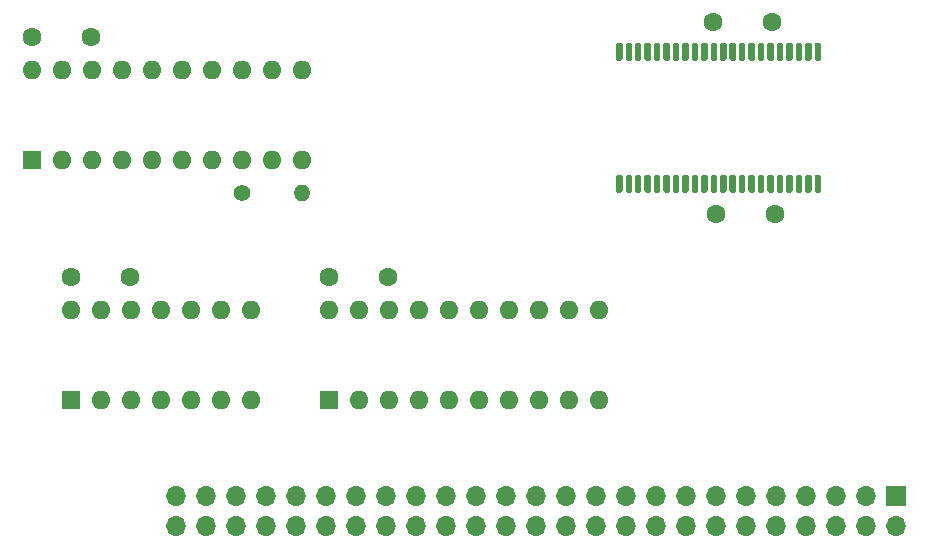
<source format=gbr>
%TF.GenerationSoftware,KiCad,Pcbnew,(5.1.10-1-10_14)*%
%TF.CreationDate,2021-08-30T23:36:35+02:00*%
%TF.ProjectId,ram_board,72616d5f-626f-4617-9264-2e6b69636164,rev?*%
%TF.SameCoordinates,Original*%
%TF.FileFunction,Soldermask,Top*%
%TF.FilePolarity,Negative*%
%FSLAX46Y46*%
G04 Gerber Fmt 4.6, Leading zero omitted, Abs format (unit mm)*
G04 Created by KiCad (PCBNEW (5.1.10-1-10_14)) date 2021-08-30 23:36:35*
%MOMM*%
%LPD*%
G01*
G04 APERTURE LIST*
%ADD10C,1.600000*%
%ADD11O,1.600000X1.600000*%
%ADD12R,1.600000X1.600000*%
%ADD13O,1.400000X1.400000*%
%ADD14C,1.400000*%
%ADD15O,1.700000X1.700000*%
%ADD16R,1.700000X1.700000*%
G04 APERTURE END LIST*
D10*
%TO.C,C5*%
X67738000Y46736000D03*
X62738000Y46736000D03*
%TD*%
D11*
%TO.C,U5*%
X30226000Y22352000D03*
X53086000Y14732000D03*
X32766000Y22352000D03*
X50546000Y14732000D03*
X35306000Y22352000D03*
X48006000Y14732000D03*
X37846000Y22352000D03*
X45466000Y14732000D03*
X40386000Y22352000D03*
X42926000Y14732000D03*
X42926000Y22352000D03*
X40386000Y14732000D03*
X45466000Y22352000D03*
X37846000Y14732000D03*
X48006000Y22352000D03*
X35306000Y14732000D03*
X50546000Y22352000D03*
X32766000Y14732000D03*
X53086000Y22352000D03*
D12*
X30226000Y14732000D03*
%TD*%
D11*
%TO.C,U4*%
X5080000Y42672000D03*
X27940000Y35052000D03*
X7620000Y42672000D03*
X25400000Y35052000D03*
X10160000Y42672000D03*
X22860000Y35052000D03*
X12700000Y42672000D03*
X20320000Y35052000D03*
X15240000Y42672000D03*
X17780000Y35052000D03*
X17780000Y42672000D03*
X15240000Y35052000D03*
X20320000Y42672000D03*
X12700000Y35052000D03*
X22860000Y42672000D03*
X10160000Y35052000D03*
X25400000Y42672000D03*
X7620000Y35052000D03*
X27940000Y42672000D03*
D12*
X5080000Y35052000D03*
%TD*%
%TO.C,U3*%
G36*
G01*
X71508500Y33783000D02*
X71783500Y33783000D01*
G75*
G02*
X71921000Y33645500I0J-137500D01*
G01*
X71921000Y32395500D01*
G75*
G02*
X71783500Y32258000I-137500J0D01*
G01*
X71508500Y32258000D01*
G75*
G02*
X71371000Y32395500I0J137500D01*
G01*
X71371000Y33645500D01*
G75*
G02*
X71508500Y33783000I137500J0D01*
G01*
G37*
G36*
G01*
X70708500Y33783000D02*
X70983500Y33783000D01*
G75*
G02*
X71121000Y33645500I0J-137500D01*
G01*
X71121000Y32395500D01*
G75*
G02*
X70983500Y32258000I-137500J0D01*
G01*
X70708500Y32258000D01*
G75*
G02*
X70571000Y32395500I0J137500D01*
G01*
X70571000Y33645500D01*
G75*
G02*
X70708500Y33783000I137500J0D01*
G01*
G37*
G36*
G01*
X69908500Y33783000D02*
X70183500Y33783000D01*
G75*
G02*
X70321000Y33645500I0J-137500D01*
G01*
X70321000Y32395500D01*
G75*
G02*
X70183500Y32258000I-137500J0D01*
G01*
X69908500Y32258000D01*
G75*
G02*
X69771000Y32395500I0J137500D01*
G01*
X69771000Y33645500D01*
G75*
G02*
X69908500Y33783000I137500J0D01*
G01*
G37*
G36*
G01*
X69108500Y33783000D02*
X69383500Y33783000D01*
G75*
G02*
X69521000Y33645500I0J-137500D01*
G01*
X69521000Y32395500D01*
G75*
G02*
X69383500Y32258000I-137500J0D01*
G01*
X69108500Y32258000D01*
G75*
G02*
X68971000Y32395500I0J137500D01*
G01*
X68971000Y33645500D01*
G75*
G02*
X69108500Y33783000I137500J0D01*
G01*
G37*
G36*
G01*
X68308500Y33783000D02*
X68583500Y33783000D01*
G75*
G02*
X68721000Y33645500I0J-137500D01*
G01*
X68721000Y32395500D01*
G75*
G02*
X68583500Y32258000I-137500J0D01*
G01*
X68308500Y32258000D01*
G75*
G02*
X68171000Y32395500I0J137500D01*
G01*
X68171000Y33645500D01*
G75*
G02*
X68308500Y33783000I137500J0D01*
G01*
G37*
G36*
G01*
X67508500Y33783000D02*
X67783500Y33783000D01*
G75*
G02*
X67921000Y33645500I0J-137500D01*
G01*
X67921000Y32395500D01*
G75*
G02*
X67783500Y32258000I-137500J0D01*
G01*
X67508500Y32258000D01*
G75*
G02*
X67371000Y32395500I0J137500D01*
G01*
X67371000Y33645500D01*
G75*
G02*
X67508500Y33783000I137500J0D01*
G01*
G37*
G36*
G01*
X66708500Y33783000D02*
X66983500Y33783000D01*
G75*
G02*
X67121000Y33645500I0J-137500D01*
G01*
X67121000Y32395500D01*
G75*
G02*
X66983500Y32258000I-137500J0D01*
G01*
X66708500Y32258000D01*
G75*
G02*
X66571000Y32395500I0J137500D01*
G01*
X66571000Y33645500D01*
G75*
G02*
X66708500Y33783000I137500J0D01*
G01*
G37*
G36*
G01*
X65908500Y33783000D02*
X66183500Y33783000D01*
G75*
G02*
X66321000Y33645500I0J-137500D01*
G01*
X66321000Y32395500D01*
G75*
G02*
X66183500Y32258000I-137500J0D01*
G01*
X65908500Y32258000D01*
G75*
G02*
X65771000Y32395500I0J137500D01*
G01*
X65771000Y33645500D01*
G75*
G02*
X65908500Y33783000I137500J0D01*
G01*
G37*
G36*
G01*
X65108500Y33783000D02*
X65383500Y33783000D01*
G75*
G02*
X65521000Y33645500I0J-137500D01*
G01*
X65521000Y32395500D01*
G75*
G02*
X65383500Y32258000I-137500J0D01*
G01*
X65108500Y32258000D01*
G75*
G02*
X64971000Y32395500I0J137500D01*
G01*
X64971000Y33645500D01*
G75*
G02*
X65108500Y33783000I137500J0D01*
G01*
G37*
G36*
G01*
X64308500Y33783000D02*
X64583500Y33783000D01*
G75*
G02*
X64721000Y33645500I0J-137500D01*
G01*
X64721000Y32395500D01*
G75*
G02*
X64583500Y32258000I-137500J0D01*
G01*
X64308500Y32258000D01*
G75*
G02*
X64171000Y32395500I0J137500D01*
G01*
X64171000Y33645500D01*
G75*
G02*
X64308500Y33783000I137500J0D01*
G01*
G37*
G36*
G01*
X63508500Y33783000D02*
X63783500Y33783000D01*
G75*
G02*
X63921000Y33645500I0J-137500D01*
G01*
X63921000Y32395500D01*
G75*
G02*
X63783500Y32258000I-137500J0D01*
G01*
X63508500Y32258000D01*
G75*
G02*
X63371000Y32395500I0J137500D01*
G01*
X63371000Y33645500D01*
G75*
G02*
X63508500Y33783000I137500J0D01*
G01*
G37*
G36*
G01*
X62708500Y33783000D02*
X62983500Y33783000D01*
G75*
G02*
X63121000Y33645500I0J-137500D01*
G01*
X63121000Y32395500D01*
G75*
G02*
X62983500Y32258000I-137500J0D01*
G01*
X62708500Y32258000D01*
G75*
G02*
X62571000Y32395500I0J137500D01*
G01*
X62571000Y33645500D01*
G75*
G02*
X62708500Y33783000I137500J0D01*
G01*
G37*
G36*
G01*
X61908500Y33783000D02*
X62183500Y33783000D01*
G75*
G02*
X62321000Y33645500I0J-137500D01*
G01*
X62321000Y32395500D01*
G75*
G02*
X62183500Y32258000I-137500J0D01*
G01*
X61908500Y32258000D01*
G75*
G02*
X61771000Y32395500I0J137500D01*
G01*
X61771000Y33645500D01*
G75*
G02*
X61908500Y33783000I137500J0D01*
G01*
G37*
G36*
G01*
X61108500Y33783000D02*
X61383500Y33783000D01*
G75*
G02*
X61521000Y33645500I0J-137500D01*
G01*
X61521000Y32395500D01*
G75*
G02*
X61383500Y32258000I-137500J0D01*
G01*
X61108500Y32258000D01*
G75*
G02*
X60971000Y32395500I0J137500D01*
G01*
X60971000Y33645500D01*
G75*
G02*
X61108500Y33783000I137500J0D01*
G01*
G37*
G36*
G01*
X60308500Y33783000D02*
X60583500Y33783000D01*
G75*
G02*
X60721000Y33645500I0J-137500D01*
G01*
X60721000Y32395500D01*
G75*
G02*
X60583500Y32258000I-137500J0D01*
G01*
X60308500Y32258000D01*
G75*
G02*
X60171000Y32395500I0J137500D01*
G01*
X60171000Y33645500D01*
G75*
G02*
X60308500Y33783000I137500J0D01*
G01*
G37*
G36*
G01*
X59508500Y33783000D02*
X59783500Y33783000D01*
G75*
G02*
X59921000Y33645500I0J-137500D01*
G01*
X59921000Y32395500D01*
G75*
G02*
X59783500Y32258000I-137500J0D01*
G01*
X59508500Y32258000D01*
G75*
G02*
X59371000Y32395500I0J137500D01*
G01*
X59371000Y33645500D01*
G75*
G02*
X59508500Y33783000I137500J0D01*
G01*
G37*
G36*
G01*
X58708500Y33783000D02*
X58983500Y33783000D01*
G75*
G02*
X59121000Y33645500I0J-137500D01*
G01*
X59121000Y32395500D01*
G75*
G02*
X58983500Y32258000I-137500J0D01*
G01*
X58708500Y32258000D01*
G75*
G02*
X58571000Y32395500I0J137500D01*
G01*
X58571000Y33645500D01*
G75*
G02*
X58708500Y33783000I137500J0D01*
G01*
G37*
G36*
G01*
X57908500Y33783000D02*
X58183500Y33783000D01*
G75*
G02*
X58321000Y33645500I0J-137500D01*
G01*
X58321000Y32395500D01*
G75*
G02*
X58183500Y32258000I-137500J0D01*
G01*
X57908500Y32258000D01*
G75*
G02*
X57771000Y32395500I0J137500D01*
G01*
X57771000Y33645500D01*
G75*
G02*
X57908500Y33783000I137500J0D01*
G01*
G37*
G36*
G01*
X57108500Y33783000D02*
X57383500Y33783000D01*
G75*
G02*
X57521000Y33645500I0J-137500D01*
G01*
X57521000Y32395500D01*
G75*
G02*
X57383500Y32258000I-137500J0D01*
G01*
X57108500Y32258000D01*
G75*
G02*
X56971000Y32395500I0J137500D01*
G01*
X56971000Y33645500D01*
G75*
G02*
X57108500Y33783000I137500J0D01*
G01*
G37*
G36*
G01*
X56308500Y33783000D02*
X56583500Y33783000D01*
G75*
G02*
X56721000Y33645500I0J-137500D01*
G01*
X56721000Y32395500D01*
G75*
G02*
X56583500Y32258000I-137500J0D01*
G01*
X56308500Y32258000D01*
G75*
G02*
X56171000Y32395500I0J137500D01*
G01*
X56171000Y33645500D01*
G75*
G02*
X56308500Y33783000I137500J0D01*
G01*
G37*
G36*
G01*
X55508500Y33783000D02*
X55783500Y33783000D01*
G75*
G02*
X55921000Y33645500I0J-137500D01*
G01*
X55921000Y32395500D01*
G75*
G02*
X55783500Y32258000I-137500J0D01*
G01*
X55508500Y32258000D01*
G75*
G02*
X55371000Y32395500I0J137500D01*
G01*
X55371000Y33645500D01*
G75*
G02*
X55508500Y33783000I137500J0D01*
G01*
G37*
G36*
G01*
X54708500Y33783000D02*
X54983500Y33783000D01*
G75*
G02*
X55121000Y33645500I0J-137500D01*
G01*
X55121000Y32395500D01*
G75*
G02*
X54983500Y32258000I-137500J0D01*
G01*
X54708500Y32258000D01*
G75*
G02*
X54571000Y32395500I0J137500D01*
G01*
X54571000Y33645500D01*
G75*
G02*
X54708500Y33783000I137500J0D01*
G01*
G37*
G36*
G01*
X54708500Y44958000D02*
X54983500Y44958000D01*
G75*
G02*
X55121000Y44820500I0J-137500D01*
G01*
X55121000Y43570500D01*
G75*
G02*
X54983500Y43433000I-137500J0D01*
G01*
X54708500Y43433000D01*
G75*
G02*
X54571000Y43570500I0J137500D01*
G01*
X54571000Y44820500D01*
G75*
G02*
X54708500Y44958000I137500J0D01*
G01*
G37*
G36*
G01*
X55508500Y44958000D02*
X55783500Y44958000D01*
G75*
G02*
X55921000Y44820500I0J-137500D01*
G01*
X55921000Y43570500D01*
G75*
G02*
X55783500Y43433000I-137500J0D01*
G01*
X55508500Y43433000D01*
G75*
G02*
X55371000Y43570500I0J137500D01*
G01*
X55371000Y44820500D01*
G75*
G02*
X55508500Y44958000I137500J0D01*
G01*
G37*
G36*
G01*
X56308500Y44958000D02*
X56583500Y44958000D01*
G75*
G02*
X56721000Y44820500I0J-137500D01*
G01*
X56721000Y43570500D01*
G75*
G02*
X56583500Y43433000I-137500J0D01*
G01*
X56308500Y43433000D01*
G75*
G02*
X56171000Y43570500I0J137500D01*
G01*
X56171000Y44820500D01*
G75*
G02*
X56308500Y44958000I137500J0D01*
G01*
G37*
G36*
G01*
X57108500Y44958000D02*
X57383500Y44958000D01*
G75*
G02*
X57521000Y44820500I0J-137500D01*
G01*
X57521000Y43570500D01*
G75*
G02*
X57383500Y43433000I-137500J0D01*
G01*
X57108500Y43433000D01*
G75*
G02*
X56971000Y43570500I0J137500D01*
G01*
X56971000Y44820500D01*
G75*
G02*
X57108500Y44958000I137500J0D01*
G01*
G37*
G36*
G01*
X57908500Y44958000D02*
X58183500Y44958000D01*
G75*
G02*
X58321000Y44820500I0J-137500D01*
G01*
X58321000Y43570500D01*
G75*
G02*
X58183500Y43433000I-137500J0D01*
G01*
X57908500Y43433000D01*
G75*
G02*
X57771000Y43570500I0J137500D01*
G01*
X57771000Y44820500D01*
G75*
G02*
X57908500Y44958000I137500J0D01*
G01*
G37*
G36*
G01*
X58708500Y44958000D02*
X58983500Y44958000D01*
G75*
G02*
X59121000Y44820500I0J-137500D01*
G01*
X59121000Y43570500D01*
G75*
G02*
X58983500Y43433000I-137500J0D01*
G01*
X58708500Y43433000D01*
G75*
G02*
X58571000Y43570500I0J137500D01*
G01*
X58571000Y44820500D01*
G75*
G02*
X58708500Y44958000I137500J0D01*
G01*
G37*
G36*
G01*
X59508500Y44958000D02*
X59783500Y44958000D01*
G75*
G02*
X59921000Y44820500I0J-137500D01*
G01*
X59921000Y43570500D01*
G75*
G02*
X59783500Y43433000I-137500J0D01*
G01*
X59508500Y43433000D01*
G75*
G02*
X59371000Y43570500I0J137500D01*
G01*
X59371000Y44820500D01*
G75*
G02*
X59508500Y44958000I137500J0D01*
G01*
G37*
G36*
G01*
X60308500Y44958000D02*
X60583500Y44958000D01*
G75*
G02*
X60721000Y44820500I0J-137500D01*
G01*
X60721000Y43570500D01*
G75*
G02*
X60583500Y43433000I-137500J0D01*
G01*
X60308500Y43433000D01*
G75*
G02*
X60171000Y43570500I0J137500D01*
G01*
X60171000Y44820500D01*
G75*
G02*
X60308500Y44958000I137500J0D01*
G01*
G37*
G36*
G01*
X61108500Y44958000D02*
X61383500Y44958000D01*
G75*
G02*
X61521000Y44820500I0J-137500D01*
G01*
X61521000Y43570500D01*
G75*
G02*
X61383500Y43433000I-137500J0D01*
G01*
X61108500Y43433000D01*
G75*
G02*
X60971000Y43570500I0J137500D01*
G01*
X60971000Y44820500D01*
G75*
G02*
X61108500Y44958000I137500J0D01*
G01*
G37*
G36*
G01*
X61908500Y44958000D02*
X62183500Y44958000D01*
G75*
G02*
X62321000Y44820500I0J-137500D01*
G01*
X62321000Y43570500D01*
G75*
G02*
X62183500Y43433000I-137500J0D01*
G01*
X61908500Y43433000D01*
G75*
G02*
X61771000Y43570500I0J137500D01*
G01*
X61771000Y44820500D01*
G75*
G02*
X61908500Y44958000I137500J0D01*
G01*
G37*
G36*
G01*
X62708500Y44958000D02*
X62983500Y44958000D01*
G75*
G02*
X63121000Y44820500I0J-137500D01*
G01*
X63121000Y43570500D01*
G75*
G02*
X62983500Y43433000I-137500J0D01*
G01*
X62708500Y43433000D01*
G75*
G02*
X62571000Y43570500I0J137500D01*
G01*
X62571000Y44820500D01*
G75*
G02*
X62708500Y44958000I137500J0D01*
G01*
G37*
G36*
G01*
X63508500Y44958000D02*
X63783500Y44958000D01*
G75*
G02*
X63921000Y44820500I0J-137500D01*
G01*
X63921000Y43570500D01*
G75*
G02*
X63783500Y43433000I-137500J0D01*
G01*
X63508500Y43433000D01*
G75*
G02*
X63371000Y43570500I0J137500D01*
G01*
X63371000Y44820500D01*
G75*
G02*
X63508500Y44958000I137500J0D01*
G01*
G37*
G36*
G01*
X64308500Y44958000D02*
X64583500Y44958000D01*
G75*
G02*
X64721000Y44820500I0J-137500D01*
G01*
X64721000Y43570500D01*
G75*
G02*
X64583500Y43433000I-137500J0D01*
G01*
X64308500Y43433000D01*
G75*
G02*
X64171000Y43570500I0J137500D01*
G01*
X64171000Y44820500D01*
G75*
G02*
X64308500Y44958000I137500J0D01*
G01*
G37*
G36*
G01*
X65108500Y44958000D02*
X65383500Y44958000D01*
G75*
G02*
X65521000Y44820500I0J-137500D01*
G01*
X65521000Y43570500D01*
G75*
G02*
X65383500Y43433000I-137500J0D01*
G01*
X65108500Y43433000D01*
G75*
G02*
X64971000Y43570500I0J137500D01*
G01*
X64971000Y44820500D01*
G75*
G02*
X65108500Y44958000I137500J0D01*
G01*
G37*
G36*
G01*
X65908500Y44958000D02*
X66183500Y44958000D01*
G75*
G02*
X66321000Y44820500I0J-137500D01*
G01*
X66321000Y43570500D01*
G75*
G02*
X66183500Y43433000I-137500J0D01*
G01*
X65908500Y43433000D01*
G75*
G02*
X65771000Y43570500I0J137500D01*
G01*
X65771000Y44820500D01*
G75*
G02*
X65908500Y44958000I137500J0D01*
G01*
G37*
G36*
G01*
X66708500Y44958000D02*
X66983500Y44958000D01*
G75*
G02*
X67121000Y44820500I0J-137500D01*
G01*
X67121000Y43570500D01*
G75*
G02*
X66983500Y43433000I-137500J0D01*
G01*
X66708500Y43433000D01*
G75*
G02*
X66571000Y43570500I0J137500D01*
G01*
X66571000Y44820500D01*
G75*
G02*
X66708500Y44958000I137500J0D01*
G01*
G37*
G36*
G01*
X67508500Y44958000D02*
X67783500Y44958000D01*
G75*
G02*
X67921000Y44820500I0J-137500D01*
G01*
X67921000Y43570500D01*
G75*
G02*
X67783500Y43433000I-137500J0D01*
G01*
X67508500Y43433000D01*
G75*
G02*
X67371000Y43570500I0J137500D01*
G01*
X67371000Y44820500D01*
G75*
G02*
X67508500Y44958000I137500J0D01*
G01*
G37*
G36*
G01*
X68308500Y44958000D02*
X68583500Y44958000D01*
G75*
G02*
X68721000Y44820500I0J-137500D01*
G01*
X68721000Y43570500D01*
G75*
G02*
X68583500Y43433000I-137500J0D01*
G01*
X68308500Y43433000D01*
G75*
G02*
X68171000Y43570500I0J137500D01*
G01*
X68171000Y44820500D01*
G75*
G02*
X68308500Y44958000I137500J0D01*
G01*
G37*
G36*
G01*
X69108500Y44958000D02*
X69383500Y44958000D01*
G75*
G02*
X69521000Y44820500I0J-137500D01*
G01*
X69521000Y43570500D01*
G75*
G02*
X69383500Y43433000I-137500J0D01*
G01*
X69108500Y43433000D01*
G75*
G02*
X68971000Y43570500I0J137500D01*
G01*
X68971000Y44820500D01*
G75*
G02*
X69108500Y44958000I137500J0D01*
G01*
G37*
G36*
G01*
X69908500Y44958000D02*
X70183500Y44958000D01*
G75*
G02*
X70321000Y44820500I0J-137500D01*
G01*
X70321000Y43570500D01*
G75*
G02*
X70183500Y43433000I-137500J0D01*
G01*
X69908500Y43433000D01*
G75*
G02*
X69771000Y43570500I0J137500D01*
G01*
X69771000Y44820500D01*
G75*
G02*
X69908500Y44958000I137500J0D01*
G01*
G37*
G36*
G01*
X70708500Y44958000D02*
X70983500Y44958000D01*
G75*
G02*
X71121000Y44820500I0J-137500D01*
G01*
X71121000Y43570500D01*
G75*
G02*
X70983500Y43433000I-137500J0D01*
G01*
X70708500Y43433000D01*
G75*
G02*
X70571000Y43570500I0J137500D01*
G01*
X70571000Y44820500D01*
G75*
G02*
X70708500Y44958000I137500J0D01*
G01*
G37*
G36*
G01*
X71508500Y44958000D02*
X71783500Y44958000D01*
G75*
G02*
X71921000Y44820500I0J-137500D01*
G01*
X71921000Y43570500D01*
G75*
G02*
X71783500Y43433000I-137500J0D01*
G01*
X71508500Y43433000D01*
G75*
G02*
X71371000Y43570500I0J137500D01*
G01*
X71371000Y44820500D01*
G75*
G02*
X71508500Y44958000I137500J0D01*
G01*
G37*
%TD*%
D11*
%TO.C,U1*%
X8382000Y22352000D03*
X23622000Y14732000D03*
X10922000Y22352000D03*
X21082000Y14732000D03*
X13462000Y22352000D03*
X18542000Y14732000D03*
X16002000Y22352000D03*
X16002000Y14732000D03*
X18542000Y22352000D03*
X13462000Y14732000D03*
X21082000Y22352000D03*
X10922000Y14732000D03*
X23622000Y22352000D03*
D12*
X8382000Y14732000D03*
%TD*%
D13*
%TO.C,R1*%
X27940000Y32258000D03*
D14*
X22860000Y32258000D03*
%TD*%
D10*
%TO.C,C4*%
X35226000Y25146000D03*
X30226000Y25146000D03*
%TD*%
%TO.C,C3*%
X10080000Y45466000D03*
X5080000Y45466000D03*
%TD*%
%TO.C,C2*%
X67992000Y30480000D03*
X62992000Y30480000D03*
%TD*%
%TO.C,C1*%
X13382000Y25146000D03*
X8382000Y25146000D03*
%TD*%
D15*
%TO.C,J1*%
X17272000Y4064000D03*
X17272000Y6604000D03*
X19812000Y4064000D03*
X19812000Y6604000D03*
X22352000Y4064000D03*
X22352000Y6604000D03*
X24892000Y4064000D03*
X24892000Y6604000D03*
X27432000Y4064000D03*
X27432000Y6604000D03*
X29972000Y4064000D03*
X29972000Y6604000D03*
X32512000Y4064000D03*
X32512000Y6604000D03*
X35052000Y4064000D03*
X35052000Y6604000D03*
X37592000Y4064000D03*
X37592000Y6604000D03*
X40132000Y4064000D03*
X40132000Y6604000D03*
X42672000Y4064000D03*
X42672000Y6604000D03*
X45212000Y4064000D03*
X45212000Y6604000D03*
X47752000Y4064000D03*
X47752000Y6604000D03*
X50292000Y4064000D03*
X50292000Y6604000D03*
X52832000Y4064000D03*
X52832000Y6604000D03*
X55372000Y4064000D03*
X55372000Y6604000D03*
X57912000Y4064000D03*
X57912000Y6604000D03*
X60452000Y4064000D03*
X60452000Y6604000D03*
X62992000Y4064000D03*
X62992000Y6604000D03*
X65532000Y4064000D03*
X65532000Y6604000D03*
X68072000Y4064000D03*
X68072000Y6604000D03*
X70612000Y4064000D03*
X70612000Y6604000D03*
X73152000Y4064000D03*
X73152000Y6604000D03*
X75692000Y4064000D03*
X75692000Y6604000D03*
X78232000Y4064000D03*
D16*
X78232000Y6604000D03*
%TD*%
M02*

</source>
